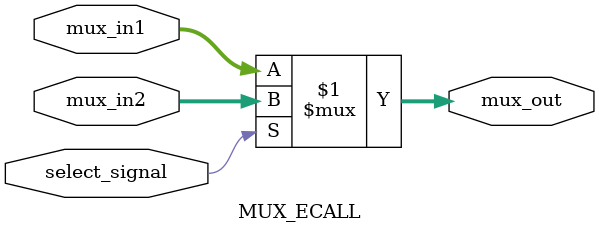
<source format=v>
module MUX_ECALL(mux_in1, mux_in2, select_signal, mux_out);
    input [4:0] mux_in1; 
    input [4:0] mux_in2; 
    input select_signal;
    output [4:0] mux_out;

    assign mux_out = (select_signal) ? mux_in2 : mux_in1; 

endmodule 

</source>
